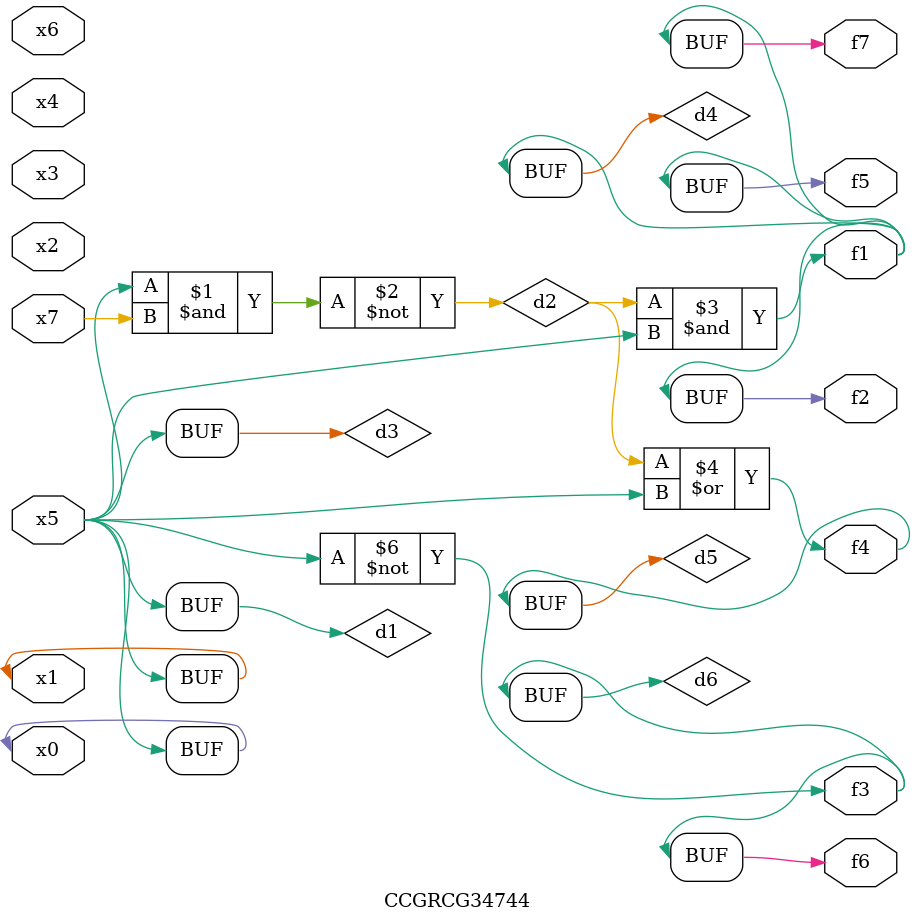
<source format=v>
module CCGRCG34744(
	input x0, x1, x2, x3, x4, x5, x6, x7,
	output f1, f2, f3, f4, f5, f6, f7
);

	wire d1, d2, d3, d4, d5, d6;

	buf (d1, x0, x5);
	nand (d2, x5, x7);
	buf (d3, x0, x1);
	and (d4, d2, d3);
	or (d5, d2, d3);
	nor (d6, d1, d3);
	assign f1 = d4;
	assign f2 = d4;
	assign f3 = d6;
	assign f4 = d5;
	assign f5 = d4;
	assign f6 = d6;
	assign f7 = d4;
endmodule

</source>
